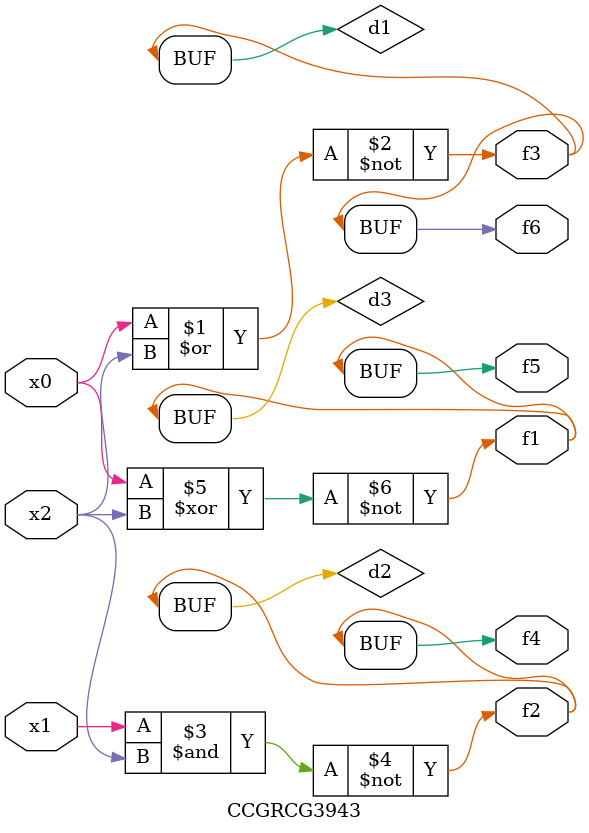
<source format=v>
module CCGRCG3943(
	input x0, x1, x2,
	output f1, f2, f3, f4, f5, f6
);

	wire d1, d2, d3;

	nor (d1, x0, x2);
	nand (d2, x1, x2);
	xnor (d3, x0, x2);
	assign f1 = d3;
	assign f2 = d2;
	assign f3 = d1;
	assign f4 = d2;
	assign f5 = d3;
	assign f6 = d1;
endmodule

</source>
